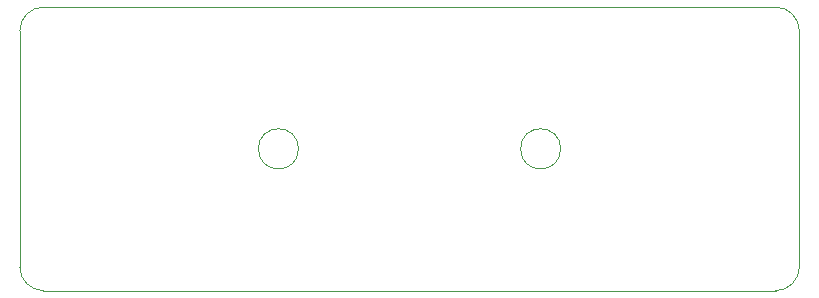
<source format=gm1>
G04 #@! TF.GenerationSoftware,KiCad,Pcbnew,8.0.6*
G04 #@! TF.CreationDate,2025-03-21T23:15:14+00:00*
G04 #@! TF.ProjectId,imu_rc_car_encoders,696d755f-7263-45f6-9361-725f656e636f,rev?*
G04 #@! TF.SameCoordinates,Original*
G04 #@! TF.FileFunction,Profile,NP*
%FSLAX46Y46*%
G04 Gerber Fmt 4.6, Leading zero omitted, Abs format (unit mm)*
G04 Created by KiCad (PCBNEW 8.0.6) date 2025-03-21 23:15:14*
%MOMM*%
%LPD*%
G01*
G04 APERTURE LIST*
G04 #@! TA.AperFunction,Profile*
%ADD10C,0.050000*%
G04 #@! TD*
G04 APERTURE END LIST*
D10*
X14414214Y-12414214D02*
X76414214Y-12414214D01*
X76414214Y-12414214D02*
G75*
G02*
X78414186Y-14414214I-14J-1999986D01*
G01*
X36009907Y-24414311D02*
G75*
G02*
X32609907Y-24414311I-1700000J0D01*
G01*
X32609907Y-24414311D02*
G75*
G02*
X36009907Y-24414311I1700000J0D01*
G01*
X58209907Y-24414311D02*
G75*
G02*
X54809907Y-24414311I-1700000J0D01*
G01*
X54809907Y-24414311D02*
G75*
G02*
X58209907Y-24414311I1700000J0D01*
G01*
X12414214Y-34414214D02*
X12414214Y-14414215D01*
X14414214Y-36414214D02*
G75*
G02*
X12414186Y-34414214I-14J2000014D01*
G01*
X12414214Y-14414215D02*
G75*
G02*
X14414214Y-12414214I1999996J5D01*
G01*
X78414214Y-34414214D02*
G75*
G02*
X76414214Y-36414214I-2000014J14D01*
G01*
X78414214Y-14414214D02*
X78414214Y-34414214D01*
X76414214Y-36414214D02*
X14414214Y-36414214D01*
M02*

</source>
